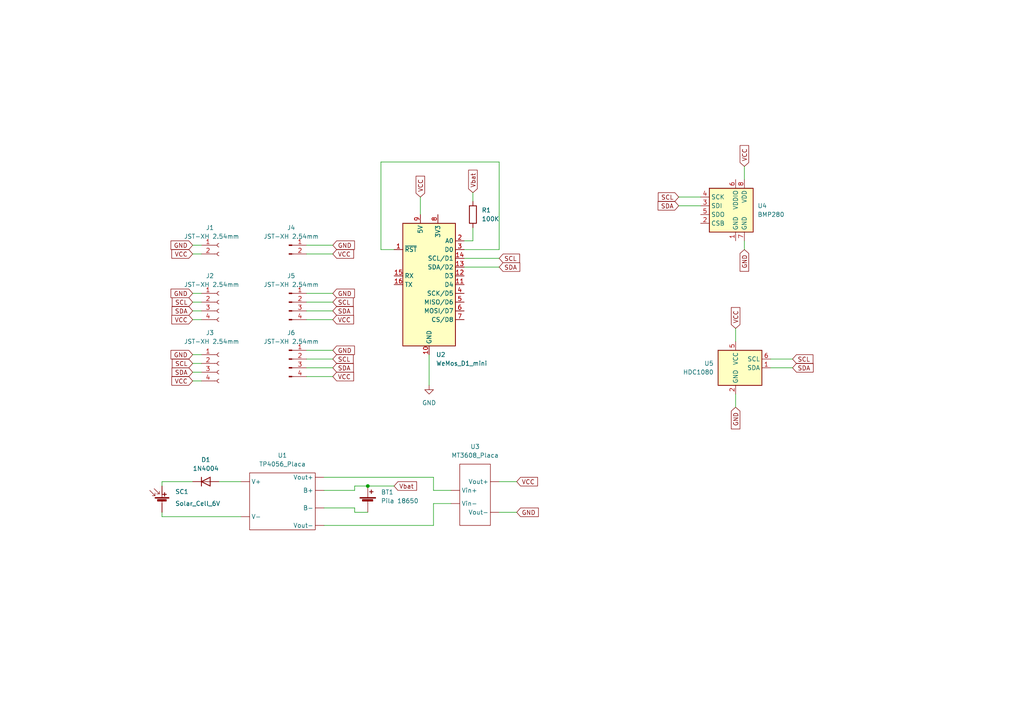
<source format=kicad_sch>
(kicad_sch (version 20211123) (generator eeschema)
  (paper "A4")
  (lib_symbols
    (symbol "Connector:Conn_01x02_Female" (pin_names (offset 1.016) hide)
      (property "Reference" "J" (at 0 2.54 0))
      (property "Value" "Conn_01x02_Female" (at 0 -5.08 0))
      (symbol "Conn_01x02_Female_1_1"
        (arc (start 0 -2.032) (mid -0.508 -2.54) (end 0 -3.048) (stroke (width 0.1524)))
        (polyline (pts (xy -1.27 -2.54) (xy -0.508 -2.54)) (stroke (width 0.1524)))
        (polyline (pts (xy -1.27 0) (xy -0.508 0)) (stroke (width 0.1524)))
        (arc (start 0 0.508) (mid -0.508 0) (end 0 -0.508) (stroke (width 0.1524)))
        (pin passive line (at -5.08 0 0) (length 3.81) (name "Pin_1") (number "1"))
        (pin passive line (at -5.08 -2.54 0) (length 3.81) (name "Pin_2") (number "2"))
      )
    )
    (symbol "Connector:Conn_01x02_Male" (pin_names (offset 1.016) hide)
      (property "Reference" "J" (at 0 2.54 0))
      (property "Value" "Conn_01x02_Male" (at 0 -5.08 0))
      (symbol "Conn_01x02_Male_1_1"
        (polyline (pts (xy 1.27 -2.54) (xy 0.8636 -2.54)) (stroke (width 0.1524)))
        (polyline (pts (xy 1.27 0) (xy 0.8636 0)) (stroke (width 0.1524)))
        (rectangle (start 0.8636 -2.413) (end 0 -2.667) (stroke (width 0.1524)) (fill (type outline)))
        (rectangle (start 0.8636 0.127) (end 0 -0.127) (stroke (width 0.1524)) (fill (type outline)))
        (pin passive line (at 5.08 0 180) (length 3.81) (name "Pin_1") (number "1"))
        (pin passive line (at 5.08 -2.54 180) (length 3.81) (name "Pin_2") (number "2"))
      )
    )
    (symbol "Connector:Conn_01x04_Female" (pin_names (offset 1.016) hide)
      (property "Reference" "J" (at 0 5.08 0))
      (property "Value" "Conn_01x04_Female" (at 0 -7.62 0))
      (symbol "Conn_01x04_Female_1_1"
        (arc (start 0 -4.572) (mid -0.508 -5.08) (end 0 -5.588) (stroke (width 0.1524)))
        (arc (start 0 -2.032) (mid -0.508 -2.54) (end 0 -3.048) (stroke (width 0.1524)))
        (polyline (pts (xy -1.27 -5.08) (xy -0.508 -5.08)) (stroke (width 0.1524)))
        (polyline (pts (xy -1.27 -2.54) (xy -0.508 -2.54)) (stroke (width 0.1524)))
        (polyline (pts (xy -1.27 0) (xy -0.508 0)) (stroke (width 0.1524)))
        (polyline (pts (xy -1.27 2.54) (xy -0.508 2.54)) (stroke (width 0.1524)))
        (arc (start 0 0.508) (mid -0.508 0) (end 0 -0.508) (stroke (width 0.1524)))
        (arc (start 0 3.048) (mid -0.508 2.54) (end 0 2.032) (stroke (width 0.1524)))
        (pin passive line (at -5.08 2.54 0) (length 3.81) (name "Pin_1") (number "1"))
        (pin passive line (at -5.08 0 0) (length 3.81) (name "Pin_2") (number "2"))
        (pin passive line (at -5.08 -2.54 0) (length 3.81) (name "Pin_3") (number "3"))
        (pin passive line (at -5.08 -5.08 0) (length 3.81) (name "Pin_4") (number "4"))
      )
    )
    (symbol "Connector:Conn_01x04_Male" (pin_names (offset 1.016) hide)
      (property "Reference" "J" (at 0 5.08 0))
      (property "Value" "Conn_01x04_Male" (at 0 -7.62 0))
      (symbol "Conn_01x04_Male_1_1"
        (polyline (pts (xy 1.27 -5.08) (xy 0.8636 -5.08)) (stroke (width 0.1524)))
        (polyline (pts (xy 1.27 -2.54) (xy 0.8636 -2.54)) (stroke (width 0.1524)))
        (polyline (pts (xy 1.27 0) (xy 0.8636 0)) (stroke (width 0.1524)))
        (polyline (pts (xy 1.27 2.54) (xy 0.8636 2.54)) (stroke (width 0.1524)))
        (rectangle (start 0.8636 -4.953) (end 0 -5.207) (stroke (width 0.1524)) (fill (type outline)))
        (rectangle (start 0.8636 -2.413) (end 0 -2.667) (stroke (width 0.1524)) (fill (type outline)))
        (rectangle (start 0.8636 0.127) (end 0 -0.127) (stroke (width 0.1524)) (fill (type outline)))
        (rectangle (start 0.8636 2.667) (end 0 2.413) (stroke (width 0.1524)) (fill (type outline)))
        (pin passive line (at 5.08 2.54 180) (length 3.81) (name "Pin_1") (number "1"))
        (pin passive line (at 5.08 0 180) (length 3.81) (name "Pin_2") (number "2"))
        (pin passive line (at 5.08 -2.54 180) (length 3.81) (name "Pin_3") (number "3"))
        (pin passive line (at 5.08 -5.08 180) (length 3.81) (name "Pin_4") (number "4"))
      )
    )
    (symbol "Device:Battery_Cell" (pin_numbers hide) (pin_names (offset 0) hide)
      (property "Reference" "BT" (at 2.54 2.54 0))
      (property "Value" "Battery_Cell" (at 2.54 0 0))
      (symbol "Battery_Cell_0_1"
        (rectangle (start -2.286 1.778) (end 2.286 1.524) (fill (type outline)))
        (rectangle (start -1.5748 1.1938) (end 1.4732 0.6858) (fill (type outline)))
        (polyline (pts (xy 0 0.762) (xy 0 0)))
        (polyline (pts (xy 0 1.778) (xy 0 2.54)))
        (polyline (pts (xy 0.508 3.429) (xy 1.524 3.429)) (stroke (width 0.254)))
        (polyline (pts (xy 1.016 3.937) (xy 1.016 2.921)) (stroke (width 0.254)))
      )
      (symbol "Battery_Cell_1_1"
        (pin passive line (at 0 5.08 270) (length 2.54) (name "+") (number "1"))
        (pin passive line (at 0 -2.54 90) (length 2.54) (name "-") (number "2"))
      )
    )
    (symbol "Device:R" (pin_numbers hide) (pin_names (offset 0))
      (property "Reference" "R" (at 2.032 0 90))
      (property "Value" "R" (at 0 0 90))
      (symbol "R_0_1"
        (rectangle (start -1.016 -2.54) (end 1.016 2.54) (stroke (width 0.254)))
      )
      (symbol "R_1_1"
        (pin passive line (at 0 3.81 270) (length 1.27) (name "~") (number "1"))
        (pin passive line (at 0 -3.81 90) (length 1.27) (name "~") (number "2"))
      )
    )
    (symbol "Device:Solar_Cell" (pin_numbers hide) (pin_names (offset 0) hide)
      (property "Reference" "SC" (at 2.54 2.54 0))
      (property "Value" "Solar_Cell" (at 2.54 0 0))
      (symbol "Solar_Cell_0_1"
        (rectangle (start -2.032 1.778) (end 2.032 1.524) (fill (type outline)))
        (rectangle (start -1.3208 1.1938) (end 1.27 0.6858) (fill (type outline)))
        (polyline (pts (xy -2.032 2.286) (xy -3.556 3.81)))
        (polyline (pts (xy -0.762 2.794) (xy -2.286 4.318)))
        (polyline (pts (xy 0 0.762) (xy 0 0)))
        (polyline (pts (xy 0 1.778) (xy 0 2.54)))
        (polyline (pts (xy 0.254 2.667) (xy 1.27 2.667)) (stroke (width 0.254)))
        (polyline (pts (xy 0.762 3.175) (xy 0.762 2.159)) (stroke (width 0.254)))
        (polyline (pts (xy -2.032 3.048) (xy -2.032 2.286) (xy -2.794 2.286)))
        (polyline (pts (xy -0.762 3.556) (xy -0.762 2.794) (xy -1.524 2.794)))
      )
      (symbol "Solar_Cell_1_1"
        (pin passive line (at 0 5.08 270) (length 2.54) (name "+") (number "1"))
        (pin passive line (at 0 -2.54 90) (length 2.54) (name "-") (number "2"))
      )
    )
    (symbol "Diode:1N4004" (pin_numbers hide) (pin_names (offset 1.016) hide)
      (property "Reference" "D" (at 0 2.54 0))
      (property "Value" "1N4004" (at 0 -2.54 0))
      (symbol "1N4004_0_1"
        (polyline (pts (xy -1.27 1.27) (xy -1.27 -1.27)) (stroke (width 0.254)))
        (polyline (pts (xy 1.27 0) (xy -1.27 0)))
        (polyline (pts (xy 1.27 1.27) (xy 1.27 -1.27) (xy -1.27 0) (xy 1.27 1.27)) (stroke (width 0.254)))
      )
      (symbol "1N4004_1_1"
        (pin passive line (at -3.81 0 0) (length 2.54) (name "K") (number "1"))
        (pin passive line (at 3.81 0 180) (length 2.54) (name "A") (number "2"))
      )
    )
    (symbol "Esquema:MT3608_Placa"
      (property "Reference" "U?" (at 1.27 -24.13 0))
      (property "Value" "MT3608_Placa" (at 0 -3.81 0))
      (symbol "MT3608_Placa_0_1"
        (rectangle (start -3.81 -3.81) (end 5.08 -21.59))
      )
      (symbol "MT3608_Placa_1_1"
        (pin input line (at -6.35 -13.97 0) (length 2.54) (name "Vin+") (number ""))
        (pin input line (at -6.35 -10.16 0) (length 2.54) (name "Vin-") (number ""))
        (pin input line (at 7.62 -16.51 180) (length 2.54) (name "Vout+") (number ""))
        (pin input line (at 7.62 -7.62 180) (length 2.54) (name "Vout-") (number ""))
      )
    )
    (symbol "Esquema:TP4056"
      (property "Reference" "U?" (at 0 -20.32 0))
      (property "Value" "TP4056" (at 0 -1.27 0))
      (symbol "TP4056_0_1"
        (rectangle (start -8.89 -2.54) (end 10.16 -19.05))
      )
      (symbol "TP4056_1_1"
        (pin input line (at 12.7 -7.62 180) (length 2.54) (name "B+") (number ""))
        (pin input line (at 12.7 -12.7 180) (length 2.54) (name "B-") (number ""))
        (pin input line (at -11.43 -5.08 0) (length 2.54) (name "V+") (number ""))
        (pin input line (at -11.43 -15.24 0) (length 2.54) (name "V-") (number ""))
        (pin input line (at 12.7 -3.81 180) (length 2.54) (name "Vout+") (number ""))
        (pin input line (at 12.7 -17.78 180) (length 2.54) (name "Vout-") (number ""))
      )
    )
    (symbol "MCU_Module:WeMos_D1_mini"
      (property "Reference" "U" (at 3.81 19.05 0))
      (property "Value" "WeMos_D1_mini" (at 1.27 -19.05 0))
      (symbol "WeMos_D1_mini_1_1"
        (rectangle (start -7.62 17.78) (end 7.62 -17.78) (stroke (width 0.254)) (fill (type background)))
        (pin input line (at -10.16 10.16 0) (length 2.54) (name "~{RST}") (number "1"))
        (pin power_in line (at 0 -20.32 90) (length 2.54) (name "GND") (number "10"))
        (pin bidirectional line (at 10.16 0 180) (length 2.54) (name "D4") (number "11"))
        (pin bidirectional line (at 10.16 2.54 180) (length 2.54) (name "D3") (number "12"))
        (pin bidirectional line (at 10.16 5.08 180) (length 2.54) (name "SDA/D2") (number "13"))
        (pin bidirectional line (at 10.16 7.62 180) (length 2.54) (name "SCL/D1") (number "14"))
        (pin input line (at -10.16 2.54 0) (length 2.54) (name "RX") (number "15"))
        (pin output line (at -10.16 0 0) (length 2.54) (name "TX") (number "16"))
        (pin input line (at 10.16 12.7 180) (length 2.54) (name "A0") (number "2"))
        (pin bidirectional line (at 10.16 10.16 180) (length 2.54) (name "D0") (number "3"))
        (pin bidirectional line (at 10.16 -2.54 180) (length 2.54) (name "SCK/D5") (number "4"))
        (pin bidirectional line (at 10.16 -5.08 180) (length 2.54) (name "MISO/D6") (number "5"))
        (pin bidirectional line (at 10.16 -7.62 180) (length 2.54) (name "MOSI/D7") (number "6"))
        (pin bidirectional line (at 10.16 -10.16 180) (length 2.54) (name "CS/D8") (number "7"))
        (pin power_out line (at 2.54 20.32 270) (length 2.54) (name "3V3") (number "8"))
        (pin power_in line (at -2.54 20.32 270) (length 2.54) (name "5V") (number "9"))
      )
    )
    (symbol "Sensor_Humidity:HDC1080"
      (property "Reference" "U" (at -6.35 6.35 0))
      (property "Value" "HDC1080" (at 3.81 6.35 0))
      (symbol "HDC1080_0_1"
        (rectangle (start -7.62 5.08) (end 5.08 -5.08) (stroke (width 0.254)) (fill (type background)))
      )
      (symbol "HDC1080_1_1"
        (pin bidirectional line (at 7.62 0 180) (length 2.54) (name "SDA") (number "1"))
        (pin power_in line (at -2.54 -7.62 90) (length 2.54) (name "GND") (number "2"))
        (pin no_connect line (at -7.62 0 0) (length 2.54) hide (name "NC") (number "3"))
        (pin no_connect line (at -7.62 -2.54 0) (length 2.54) hide (name "NC") (number "4"))
        (pin power_in line (at -2.54 7.62 270) (length 2.54) (name "VCC") (number "5"))
        (pin input line (at 7.62 2.54 180) (length 2.54) (name "SCL") (number "6"))
        (pin no_connect line (at -7.62 2.54 0) (length 2.54) hide (name "DAP") (number "7"))
      )
    )
    (symbol "Sensor_Pressure:BMP280"
      (property "Reference" "U" (at -7.62 10.16 0))
      (property "Value" "BMP280" (at 5.08 10.16 0))
      (symbol "BMP280_0_1"
        (rectangle (start -7.62 -5.08) (end 5.08 7.62) (stroke (width 0.254)) (fill (type background)))
      )
      (symbol "BMP280_1_1"
        (pin power_in line (at 0 -7.62 90) (length 2.54) (name "GND") (number "1"))
        (pin input line (at -10.16 -2.54 0) (length 2.54) (name "CSB") (number "2"))
        (pin bidirectional line (at -10.16 2.54 0) (length 2.54) (name "SDI") (number "3"))
        (pin input line (at -10.16 5.08 0) (length 2.54) (name "SCK") (number "4"))
        (pin bidirectional line (at -10.16 0 0) (length 2.54) (name "SDO") (number "5"))
        (pin power_in line (at 0 10.16 270) (length 2.54) (name "VDDIO") (number "6"))
        (pin power_in line (at 2.54 -7.62 90) (length 2.54) (name "GND") (number "7"))
        (pin power_in line (at 2.54 10.16 270) (length 2.54) (name "VDD") (number "8"))
      )
    )
    (symbol "power:GND" (power) (pin_names (offset 0))
      (property "Value" "GND" (at 0 -3.81 0))
      (symbol "GND_0_1"
        (polyline (pts (xy 0 0) (xy 0 -1.27) (xy 1.27 -1.27) (xy 0 -2.54) (xy -1.27 -1.27) (xy 0 -1.27)))
      )
      (symbol "GND_1_1"
        (pin power_in line (at 0 0 270) (length 0) hide (name "GND") (number "1"))
      )
    )
  )
  (junction (at 106.68 140.97))
  (wire (pts (xy 88.9 92.71) (xy 96.52 92.71)))
  (wire (pts (xy 55.88 71.12) (xy 58.42 71.12)))
  (wire (pts (xy 55.88 87.63) (xy 58.42 87.63)))
  (wire (pts (xy 46.99 139.7) (xy 55.88 139.7)))
  (wire (pts (xy 88.9 106.68) (xy 96.52 106.68)))
  (wire (pts (xy 134.62 77.47) (xy 144.78 77.47)))
  (wire (pts (xy 88.9 85.09) (xy 96.52 85.09)))
  (wire (pts (xy 88.9 90.17) (xy 96.52 90.17)))
  (wire (pts (xy 144.78 46.99) (xy 110.49 46.99)))
  (wire (pts (xy 102.87 142.24) (xy 102.87 140.97)))
  (wire (pts (xy 106.68 148.59) (xy 102.87 148.59)))
  (wire (pts (xy 215.9 69.85) (xy 215.9 72.39)))
  (wire (pts (xy 215.9 48.26) (xy 215.9 52.07)))
  (wire (pts (xy 88.9 71.12) (xy 96.52 71.12)))
  (wire (pts (xy 144.78 46.99) (xy 144.78 72.39)))
  (wire (pts (xy 196.85 59.69) (xy 203.2 59.69)))
  (wire (pts (xy 93.98 152.4) (xy 125.73 152.4)))
  (wire (pts (xy 55.88 92.71) (xy 58.42 92.71)))
  (wire (pts (xy 137.16 55.88) (xy 137.16 58.42)))
  (wire (pts (xy 110.49 72.39) (xy 114.3 72.39)))
  (wire (pts (xy 88.9 73.66) (xy 96.52 73.66)))
  (wire (pts (xy 55.88 73.66) (xy 58.42 73.66)))
  (wire (pts (xy 46.99 140.97) (xy 46.99 139.7)))
  (wire (pts (xy 125.73 138.43) (xy 125.73 142.24)))
  (wire (pts (xy 134.62 74.93) (xy 144.78 74.93)))
  (wire (pts (xy 93.98 147.32) (xy 102.87 147.32)))
  (wire (pts (xy 134.62 69.85) (xy 137.16 69.85)))
  (wire (pts (xy 106.68 140.97) (xy 114.3 140.97)))
  (wire (pts (xy 63.5 139.7) (xy 69.85 139.7)))
  (wire (pts (xy 88.9 109.22) (xy 96.52 109.22)))
  (wire (pts (xy 134.62 72.39) (xy 144.78 72.39)))
  (wire (pts (xy 223.52 104.14) (xy 229.87 104.14)))
  (wire (pts (xy 55.88 102.87) (xy 58.42 102.87)))
  (wire (pts (xy 88.9 104.14) (xy 96.52 104.14)))
  (wire (pts (xy 88.9 101.6) (xy 96.52 101.6)))
  (wire (pts (xy 88.9 87.63) (xy 96.52 87.63)))
  (wire (pts (xy 55.88 107.95) (xy 58.42 107.95)))
  (wire (pts (xy 55.88 110.49) (xy 58.42 110.49)))
  (wire (pts (xy 102.87 140.97) (xy 106.68 140.97)))
  (wire (pts (xy 144.78 139.7) (xy 149.86 139.7)))
  (wire (pts (xy 46.99 148.59) (xy 46.99 149.86)))
  (wire (pts (xy 55.88 90.17) (xy 58.42 90.17)))
  (wire (pts (xy 125.73 146.05) (xy 125.73 152.4)))
  (wire (pts (xy 125.73 142.24) (xy 130.81 142.24)))
  (wire (pts (xy 93.98 142.24) (xy 102.87 142.24)))
  (wire (pts (xy 130.81 146.05) (xy 125.73 146.05)))
  (wire (pts (xy 137.16 66.04) (xy 137.16 69.85)))
  (wire (pts (xy 124.46 102.87) (xy 124.46 111.76)))
  (wire (pts (xy 121.92 57.15) (xy 121.92 62.23)))
  (wire (pts (xy 102.87 148.59) (xy 102.87 147.32)))
  (wire (pts (xy 213.36 114.3) (xy 213.36 118.11)))
  (wire (pts (xy 93.98 138.43) (xy 125.73 138.43)))
  (wire (pts (xy 46.99 149.86) (xy 69.85 149.86)))
  (wire (pts (xy 196.85 57.15) (xy 203.2 57.15)))
  (wire (pts (xy 144.78 148.59) (xy 149.86 148.59)))
  (wire (pts (xy 223.52 106.68) (xy 229.87 106.68)))
  (wire (pts (xy 110.49 46.99) (xy 110.49 72.39)))
  (wire (pts (xy 55.88 105.41) (xy 58.42 105.41)))
  (wire (pts (xy 213.36 95.25) (xy 213.36 99.06)))
  (wire (pts (xy 55.88 85.09) (xy 58.42 85.09)))
  (global_label "SCL" (shape input) (at 196.85 57.15 180) (property "Referencias entre hojas" "${INTERSHEET_REFS}" (effects hide)))
  (global_label "VCC" (shape input) (at 96.52 92.71 0) (property "Referencias entre hojas" "${INTERSHEET_REFS}" (effects hide)))
  (global_label "GND" (shape input) (at 149.86 148.59 0) (property "Referencias entre hojas" "${INTERSHEET_REFS}" (effects hide)))
  (global_label "GND" (shape input) (at 96.52 85.09 0) (property "Referencias entre hojas" "${INTERSHEET_REFS}" (effects hide)))
  (global_label "VCC" (shape input) (at 149.86 139.7 0) (property "Referencias entre hojas" "${INTERSHEET_REFS}" (effects hide)))
  (global_label "GND" (shape input) (at 213.36 118.11 270) (property "Referencias entre hojas" "${INTERSHEET_REFS}" (effects hide)))
  (global_label "SDA" (shape input) (at 196.85 59.69 180) (property "Referencias entre hojas" "${INTERSHEET_REFS}" (effects hide)))
  (global_label "SDA" (shape input) (at 55.88 107.95 180) (property "Referencias entre hojas" "${INTERSHEET_REFS}" (effects hide)))
  (global_label "SDA" (shape input) (at 96.52 90.17 0) (property "Referencias entre hojas" "${INTERSHEET_REFS}" (effects hide)))
  (global_label "GND" (shape input) (at 215.9 72.39 270) (property "Referencias entre hojas" "${INTERSHEET_REFS}" (effects hide)))
  (global_label "SDA" (shape input) (at 96.52 106.68 0) (property "Referencias entre hojas" "${INTERSHEET_REFS}" (effects hide)))
  (global_label "VCC" (shape input) (at 96.52 73.66 0) (property "Referencias entre hojas" "${INTERSHEET_REFS}" (effects hide)))
  (global_label "SDA" (shape input) (at 55.88 90.17 180) (property "Referencias entre hojas" "${INTERSHEET_REFS}" (effects hide)))
  (global_label "GND" (shape input) (at 96.52 71.12 0) (property "Referencias entre hojas" "${INTERSHEET_REFS}" (effects hide)))
  (global_label "Vbat" (shape input) (at 137.16 55.88 90) (property "Referencias entre hojas" "${INTERSHEET_REFS}" (effects hide)))
  (global_label "VCC" (shape input) (at 215.9 48.26 90) (property "Referencias entre hojas" "${INTERSHEET_REFS}" (effects hide)))
  (global_label "Vbat" (shape input) (at 114.3 140.97 0) (property "Referencias entre hojas" "${INTERSHEET_REFS}" (effects hide)))
  (global_label "SCL" (shape input) (at 229.87 104.14 0) (property "Referencias entre hojas" "${INTERSHEET_REFS}" (effects hide)))
  (global_label "SCL" (shape input) (at 55.88 87.63 180) (property "Referencias entre hojas" "${INTERSHEET_REFS}" (effects hide)))
  (global_label "VCC" (shape input) (at 96.52 109.22 0) (property "Referencias entre hojas" "${INTERSHEET_REFS}" (effects hide)))
  (global_label "VCC" (shape input) (at 121.92 57.15 90) (property "Referencias entre hojas" "${INTERSHEET_REFS}" (effects hide)))
  (global_label "GND" (shape input) (at 55.88 85.09 180) (property "Referencias entre hojas" "${INTERSHEET_REFS}" (effects hide)))
  (global_label "VCC" (shape input) (at 55.88 92.71 180) (property "Referencias entre hojas" "${INTERSHEET_REFS}" (effects hide)))
  (global_label "SCL" (shape input) (at 55.88 105.41 180) (property "Referencias entre hojas" "${INTERSHEET_REFS}" (effects hide)))
  (global_label "SDA" (shape input) (at 229.87 106.68 0) (property "Referencias entre hojas" "${INTERSHEET_REFS}" (effects hide)))
  (global_label "GND" (shape input) (at 96.52 101.6 0) (property "Referencias entre hojas" "${INTERSHEET_REFS}" (effects hide)))
  (global_label "GND" (shape input) (at 55.88 71.12 180) (property "Referencias entre hojas" "${INTERSHEET_REFS}" (effects hide)))
  (global_label "VCC" (shape input) (at 55.88 73.66 180) (property "Referencias entre hojas" "${INTERSHEET_REFS}" (effects hide)))
  (global_label "SCL" (shape input) (at 144.78 74.93 0) (property "Referencias entre hojas" "${INTERSHEET_REFS}" (effects hide)))
  (global_label "SCL" (shape input) (at 96.52 87.63 0) (property "Referencias entre hojas" "${INTERSHEET_REFS}" (effects hide)))
  (global_label "GND" (shape input) (at 55.88 102.87 180) (property "Referencias entre hojas" "${INTERSHEET_REFS}" (effects hide)))
  (global_label "VCC" (shape input) (at 213.36 95.25 90) (property "Referencias entre hojas" "${INTERSHEET_REFS}" (effects hide)))
  (global_label "SCL" (shape input) (at 96.52 104.14 0) (property "Referencias entre hojas" "${INTERSHEET_REFS}" (effects hide)))
  (global_label "SDA" (shape input) (at 144.78 77.47 0) (property "Referencias entre hojas" "${INTERSHEET_REFS}" (effects hide)))
  (global_label "VCC" (shape input) (at 55.88 110.49 180) (property "Referencias entre hojas" "${INTERSHEET_REFS}" (effects hide)))
  (symbol (lib_id "Connector:Conn_01x02_Female") (at 63.5 71.12 0) (unit 1)
    (property "Reference" "J1" (at 59.69 66.04 0) (effects (justify left)))
    (property "Value" "JST-XH 2.54mm" (at 53.34 68.58 0) (effects (justify left)))
  )
  (symbol (lib_id "Esquema:MT3608_Placa") (at 137.16 156.21 0) (mirror x) (unit 1)
    (property "Reference" "U3" (at 137.795 129.54 0))
    (property "Value" "MT3608_Placa" (at 137.795 132.08 0))
  )
  (symbol (lib_id "Sensor_Humidity:HDC1080") (at 215.9 106.68 0) (unit 1)
    (property "Reference" "U5" (at 207.01 105.4099 0) (effects (justify right)))
    (property "Value" "HDC1080" (at 207.01 107.9499 0) (effects (justify right)))
    (property "Footprint" "Package_SON:Texas_PWSON-N6" (effects hide))
    (property "Datasheet" "http://www.ti.com/lit/ds/symlink/hdc1080.pdf" (effects hide))
  )
  (symbol (lib_id "Diode:1N4004") (at 59.69 139.7 0) (unit 1)
    (property "Reference" "D1" (at 59.69 133.35 0))
    (property "Value" "1N4004" (at 59.69 135.89 0))
    (property "Footprint" "Diode_THT:D_DO-41_SOD81_P10.16mm_Horizontal" (effects hide))
    (property "Datasheet" "http://www.vishay.com/docs/88503/1n4001.pdf" (effects hide))
  )
  (symbol (lib_id "power:GND") (at 124.46 111.76 0) (unit 1)
    (property "Reference" "#PWR0101" (effects hide))
    (property "Value" "GND" (at 124.46 116.84 0))
  )
  (symbol (lib_id "MCU_Module:WeMos_D1_mini") (at 124.46 82.55 0) (unit 1)
    (property "Reference" "U2" (at 126.4794 102.87 0) (effects (justify left)))
    (property "Value" "WeMos_D1_mini" (at 126.4794 105.41 0) (effects (justify left)))
    (property "Footprint" "Module:WEMOS_D1_mini_light" (effects hide))
    (property "Datasheet" "https://wiki.wemos.cc/products:d1:d1_mini#documentation" (effects hide))
  )
  (symbol (lib_id "Device:R") (at 137.16 62.23 0) (unit 1)
    (property "Reference" "R1" (at 139.7 60.9599 0) (effects (justify left)))
    (property "Value" "100K" (at 139.7 63.4999 0) (effects (justify left)))
  )
  (symbol (lib_id "Device:Battery_Cell") (at 106.68 146.05 0) (unit 1)
    (property "Reference" "BT1" (at 110.49 142.7479 0) (effects (justify left)))
    (property "Value" "Pila 18650" (at 110.49 145.2879 0) (effects (justify left)))
  )
  (symbol (lib_id "Esquema:TP4056") (at 81.28 134.62 0) (unit 1)
    (property "Reference" "U1" (at 81.915 132.08 0))
    (property "Value" "TP4056_Placa" (at 81.915 134.62 0))
  )
  (symbol (lib_id "Connector:Conn_01x04_Female") (at 63.5 87.63 0) (unit 1)
    (property "Reference" "J2" (at 59.69 80.01 0) (effects (justify left)))
    (property "Value" "JST-XH 2.54mm" (at 53.34 82.55 0) (effects (justify left)))
  )
  (symbol (lib_id "Connector:Conn_01x04_Male") (at 83.82 104.14 0) (unit 1)
    (property "Reference" "J6" (at 84.455 96.52 0))
    (property "Value" "JST-XH 2.54mm" (at 84.455 99.06 0))
  )
  (symbol (lib_id "Connector:Conn_01x04_Female") (at 63.5 105.41 0) (unit 1)
    (property "Reference" "J3" (at 59.69 96.52 0) (effects (justify left)))
    (property "Value" "JST-XH 2.54mm" (at 53.34 99.06 0) (effects (justify left)))
  )
  (symbol (lib_id "Device:Solar_Cell") (at 46.99 146.05 0) (unit 1)
    (property "Reference" "SC1" (at 50.8 142.6209 0) (effects (justify left)))
    (property "Value" "Solar_Cell_6V" (at 50.8 146.05 0) (effects (justify left)))
  )
  (symbol (lib_id "Connector:Conn_01x04_Male") (at 83.82 87.63 0) (unit 1)
    (property "Reference" "J5" (at 84.455 80.01 0))
    (property "Value" "JST-XH 2.54mm" (at 84.455 82.55 0))
  )
  (symbol (lib_id "Sensor_Pressure:BMP280") (at 213.36 62.23 0) (unit 1)
    (property "Reference" "U4" (at 219.71 59.6899 0) (effects (justify left)))
    (property "Value" "BMP280" (at 219.71 62.2299 0) (effects (justify left)))
    (property "Footprint" "Package_LGA:Bosch_LGA-8_2x2.5mm_P0.65mm_ClockwisePinNumbering" (effects hide))
    (property "Datasheet" "https://ae-bst.resource.bosch.com/media/_tech/media/datasheets/BST-BMP280-DS001.pdf" (effects hide))
  )
  (symbol (lib_id "Connector:Conn_01x02_Male") (at 83.82 71.12 0) (unit 1)
    (property "Reference" "J4" (at 84.455 66.04 0))
    (property "Value" "JST-XH 2.54mm" (at 84.455 68.58 0))
  )
)
</source>
